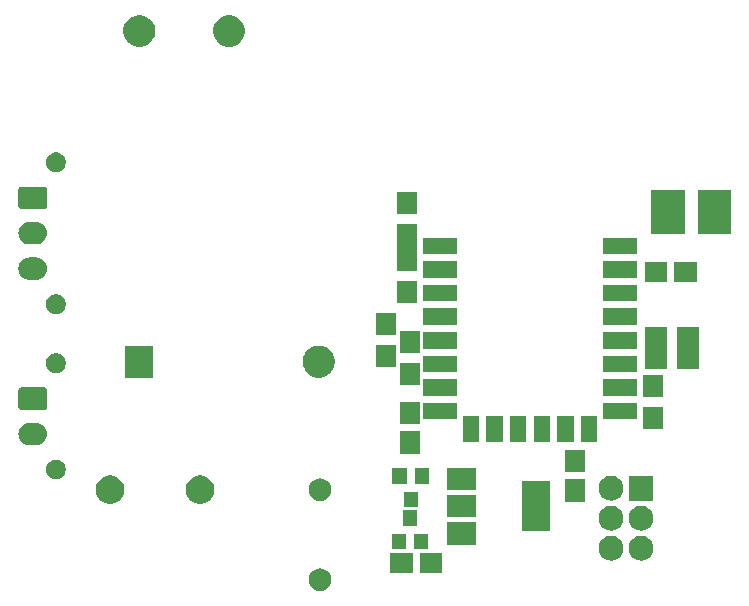
<source format=gbr>
G04 #@! TF.GenerationSoftware,KiCad,Pcbnew,(5.1.6)-1*
G04 #@! TF.CreationDate,2020-08-03T23:37:11+02:00*
G04 #@! TF.ProjectId,loftrelayRound,6c6f6674-7265-46c6-9179-526f756e642e,rev?*
G04 #@! TF.SameCoordinates,Original*
G04 #@! TF.FileFunction,Soldermask,Top*
G04 #@! TF.FilePolarity,Negative*
%FSLAX46Y46*%
G04 Gerber Fmt 4.6, Leading zero omitted, Abs format (unit mm)*
G04 Created by KiCad (PCBNEW (5.1.6)-1) date 2020-08-03 23:37:11*
%MOMM*%
%LPD*%
G01*
G04 APERTURE LIST*
%ADD10C,0.100000*%
G04 APERTURE END LIST*
D10*
G36*
X147507287Y-139393446D02*
G01*
X147600022Y-139411892D01*
X147774731Y-139484259D01*
X147931964Y-139589319D01*
X148065681Y-139723036D01*
X148170741Y-139880269D01*
X148243108Y-140054978D01*
X148280000Y-140240448D01*
X148280000Y-140429552D01*
X148243108Y-140615022D01*
X148170741Y-140789731D01*
X148065681Y-140946964D01*
X147931964Y-141080681D01*
X147774731Y-141185741D01*
X147600022Y-141258108D01*
X147507287Y-141276554D01*
X147414553Y-141295000D01*
X147225447Y-141295000D01*
X147132713Y-141276554D01*
X147039978Y-141258108D01*
X146865269Y-141185741D01*
X146708036Y-141080681D01*
X146574319Y-140946964D01*
X146469259Y-140789731D01*
X146396892Y-140615022D01*
X146360000Y-140429552D01*
X146360000Y-140240448D01*
X146396892Y-140054978D01*
X146469259Y-139880269D01*
X146574319Y-139723036D01*
X146708036Y-139589319D01*
X146865269Y-139484259D01*
X147039978Y-139411892D01*
X147132713Y-139393446D01*
X147225447Y-139375000D01*
X147414553Y-139375000D01*
X147507287Y-139393446D01*
G37*
G36*
X157668000Y-139763000D02*
G01*
X155768000Y-139763000D01*
X155768000Y-138113000D01*
X157668000Y-138113000D01*
X157668000Y-139763000D01*
G37*
G36*
X155168000Y-139763000D02*
G01*
X153268000Y-139763000D01*
X153268000Y-138113000D01*
X155168000Y-138113000D01*
X155168000Y-139763000D01*
G37*
G36*
X172086687Y-136623027D02*
G01*
X172264274Y-136658350D01*
X172455362Y-136737502D01*
X172627336Y-136852411D01*
X172773589Y-136998664D01*
X172888498Y-137170638D01*
X172967650Y-137361726D01*
X173002973Y-137539313D01*
X173008000Y-137564583D01*
X173008000Y-137771417D01*
X173002973Y-137796687D01*
X172967650Y-137974274D01*
X172888498Y-138165362D01*
X172773589Y-138337336D01*
X172627336Y-138483589D01*
X172455362Y-138598498D01*
X172264274Y-138677650D01*
X172086687Y-138712973D01*
X172061417Y-138718000D01*
X171854583Y-138718000D01*
X171829313Y-138712973D01*
X171651726Y-138677650D01*
X171460638Y-138598498D01*
X171288664Y-138483589D01*
X171142411Y-138337336D01*
X171027502Y-138165362D01*
X170948350Y-137974274D01*
X170913027Y-137796687D01*
X170908000Y-137771417D01*
X170908000Y-137564583D01*
X170913027Y-137539313D01*
X170948350Y-137361726D01*
X171027502Y-137170638D01*
X171142411Y-136998664D01*
X171288664Y-136852411D01*
X171460638Y-136737502D01*
X171651726Y-136658350D01*
X171829313Y-136623027D01*
X171854583Y-136618000D01*
X172061417Y-136618000D01*
X172086687Y-136623027D01*
G37*
G36*
X174626687Y-136623027D02*
G01*
X174804274Y-136658350D01*
X174995362Y-136737502D01*
X175167336Y-136852411D01*
X175313589Y-136998664D01*
X175428498Y-137170638D01*
X175507650Y-137361726D01*
X175542973Y-137539313D01*
X175548000Y-137564583D01*
X175548000Y-137771417D01*
X175542973Y-137796687D01*
X175507650Y-137974274D01*
X175428498Y-138165362D01*
X175313589Y-138337336D01*
X175167336Y-138483589D01*
X174995362Y-138598498D01*
X174804274Y-138677650D01*
X174626687Y-138712973D01*
X174601417Y-138718000D01*
X174394583Y-138718000D01*
X174369313Y-138712973D01*
X174191726Y-138677650D01*
X174000638Y-138598498D01*
X173828664Y-138483589D01*
X173682411Y-138337336D01*
X173567502Y-138165362D01*
X173488350Y-137974274D01*
X173453027Y-137796687D01*
X173448000Y-137771417D01*
X173448000Y-137564583D01*
X173453027Y-137539313D01*
X173488350Y-137361726D01*
X173567502Y-137170638D01*
X173682411Y-136998664D01*
X173828664Y-136852411D01*
X174000638Y-136737502D01*
X174191726Y-136658350D01*
X174369313Y-136623027D01*
X174394583Y-136618000D01*
X174601417Y-136618000D01*
X174626687Y-136623027D01*
G37*
G36*
X154590000Y-137778000D02*
G01*
X153390000Y-137778000D01*
X153390000Y-136478000D01*
X154590000Y-136478000D01*
X154590000Y-137778000D01*
G37*
G36*
X156490000Y-137778000D02*
G01*
X155290000Y-137778000D01*
X155290000Y-136478000D01*
X156490000Y-136478000D01*
X156490000Y-137778000D01*
G37*
G36*
X160508000Y-137362000D02*
G01*
X158108000Y-137362000D01*
X158108000Y-135462000D01*
X160508000Y-135462000D01*
X160508000Y-137362000D01*
G37*
G36*
X166808000Y-136212000D02*
G01*
X164408000Y-136212000D01*
X164408000Y-132012000D01*
X166808000Y-132012000D01*
X166808000Y-136212000D01*
G37*
G36*
X172086687Y-134083027D02*
G01*
X172264274Y-134118350D01*
X172455362Y-134197502D01*
X172627336Y-134312411D01*
X172773589Y-134458664D01*
X172888498Y-134630638D01*
X172967650Y-134821726D01*
X173008000Y-135024584D01*
X173008000Y-135231416D01*
X172967650Y-135434274D01*
X172888498Y-135625362D01*
X172773589Y-135797336D01*
X172627336Y-135943589D01*
X172455362Y-136058498D01*
X172264274Y-136137650D01*
X172086687Y-136172973D01*
X172061417Y-136178000D01*
X171854583Y-136178000D01*
X171829313Y-136172973D01*
X171651726Y-136137650D01*
X171460638Y-136058498D01*
X171288664Y-135943589D01*
X171142411Y-135797336D01*
X171027502Y-135625362D01*
X170948350Y-135434274D01*
X170908000Y-135231416D01*
X170908000Y-135024584D01*
X170948350Y-134821726D01*
X171027502Y-134630638D01*
X171142411Y-134458664D01*
X171288664Y-134312411D01*
X171460638Y-134197502D01*
X171651726Y-134118350D01*
X171829313Y-134083027D01*
X171854583Y-134078000D01*
X172061417Y-134078000D01*
X172086687Y-134083027D01*
G37*
G36*
X174626687Y-134083027D02*
G01*
X174804274Y-134118350D01*
X174995362Y-134197502D01*
X175167336Y-134312411D01*
X175313589Y-134458664D01*
X175428498Y-134630638D01*
X175507650Y-134821726D01*
X175548000Y-135024584D01*
X175548000Y-135231416D01*
X175507650Y-135434274D01*
X175428498Y-135625362D01*
X175313589Y-135797336D01*
X175167336Y-135943589D01*
X174995362Y-136058498D01*
X174804274Y-136137650D01*
X174626687Y-136172973D01*
X174601417Y-136178000D01*
X174394583Y-136178000D01*
X174369313Y-136172973D01*
X174191726Y-136137650D01*
X174000638Y-136058498D01*
X173828664Y-135943589D01*
X173682411Y-135797336D01*
X173567502Y-135625362D01*
X173488350Y-135434274D01*
X173448000Y-135231416D01*
X173448000Y-135024584D01*
X173488350Y-134821726D01*
X173567502Y-134630638D01*
X173682411Y-134458664D01*
X173828664Y-134312411D01*
X174000638Y-134197502D01*
X174191726Y-134118350D01*
X174369313Y-134083027D01*
X174394583Y-134078000D01*
X174601417Y-134078000D01*
X174626687Y-134083027D01*
G37*
G36*
X155540000Y-135778000D02*
G01*
X154340000Y-135778000D01*
X154340000Y-134478000D01*
X155540000Y-134478000D01*
X155540000Y-135778000D01*
G37*
G36*
X160508000Y-135062000D02*
G01*
X158108000Y-135062000D01*
X158108000Y-133162000D01*
X160508000Y-133162000D01*
X160508000Y-135062000D01*
G37*
G36*
X155606000Y-134222000D02*
G01*
X154406000Y-134222000D01*
X154406000Y-132922000D01*
X155606000Y-132922000D01*
X155606000Y-134222000D01*
G37*
G36*
X137510026Y-131561115D02*
G01*
X137721202Y-131648587D01*
X137728413Y-131651574D01*
X137860704Y-131739968D01*
X137924955Y-131782899D01*
X138092101Y-131950045D01*
X138223427Y-132146589D01*
X138313885Y-132364974D01*
X138360000Y-132596809D01*
X138360000Y-132833191D01*
X138313885Y-133065026D01*
X138223427Y-133283411D01*
X138223426Y-133283413D01*
X138092101Y-133479955D01*
X137924955Y-133647101D01*
X137728413Y-133778426D01*
X137728412Y-133778427D01*
X137728411Y-133778427D01*
X137510026Y-133868885D01*
X137278191Y-133915000D01*
X137041809Y-133915000D01*
X136809974Y-133868885D01*
X136591589Y-133778427D01*
X136591588Y-133778427D01*
X136591587Y-133778426D01*
X136395045Y-133647101D01*
X136227899Y-133479955D01*
X136096574Y-133283413D01*
X136096573Y-133283411D01*
X136006115Y-133065026D01*
X135960000Y-132833191D01*
X135960000Y-132596809D01*
X136006115Y-132364974D01*
X136096573Y-132146589D01*
X136227899Y-131950045D01*
X136395045Y-131782899D01*
X136459296Y-131739968D01*
X136591587Y-131651574D01*
X136598798Y-131648587D01*
X136809974Y-131561115D01*
X137041809Y-131515000D01*
X137278191Y-131515000D01*
X137510026Y-131561115D01*
G37*
G36*
X129890026Y-131561115D02*
G01*
X130101202Y-131648587D01*
X130108413Y-131651574D01*
X130240704Y-131739968D01*
X130304955Y-131782899D01*
X130472101Y-131950045D01*
X130603427Y-132146589D01*
X130693885Y-132364974D01*
X130740000Y-132596809D01*
X130740000Y-132833191D01*
X130693885Y-133065026D01*
X130603427Y-133283411D01*
X130603426Y-133283413D01*
X130472101Y-133479955D01*
X130304955Y-133647101D01*
X130108413Y-133778426D01*
X130108412Y-133778427D01*
X130108411Y-133778427D01*
X129890026Y-133868885D01*
X129658191Y-133915000D01*
X129421809Y-133915000D01*
X129189974Y-133868885D01*
X128971589Y-133778427D01*
X128971588Y-133778427D01*
X128971587Y-133778426D01*
X128775045Y-133647101D01*
X128607899Y-133479955D01*
X128476574Y-133283413D01*
X128476573Y-133283411D01*
X128386115Y-133065026D01*
X128340000Y-132833191D01*
X128340000Y-132596809D01*
X128386115Y-132364974D01*
X128476573Y-132146589D01*
X128607899Y-131950045D01*
X128775045Y-131782899D01*
X128839296Y-131739968D01*
X128971587Y-131651574D01*
X128978798Y-131648587D01*
X129189974Y-131561115D01*
X129421809Y-131515000D01*
X129658191Y-131515000D01*
X129890026Y-131561115D01*
G37*
G36*
X169735000Y-133752000D02*
G01*
X168085000Y-133752000D01*
X168085000Y-131852000D01*
X169735000Y-131852000D01*
X169735000Y-133752000D01*
G37*
G36*
X147502084Y-131772411D02*
G01*
X147600022Y-131791892D01*
X147774731Y-131864259D01*
X147931964Y-131969319D01*
X148065681Y-132103036D01*
X148170741Y-132260269D01*
X148243108Y-132434978D01*
X148280000Y-132620448D01*
X148280000Y-132809552D01*
X148243108Y-132995022D01*
X148170741Y-133169731D01*
X148065681Y-133326964D01*
X147931964Y-133460681D01*
X147774731Y-133565741D01*
X147600022Y-133638108D01*
X147507287Y-133656554D01*
X147414553Y-133675000D01*
X147225447Y-133675000D01*
X147132713Y-133656554D01*
X147039978Y-133638108D01*
X146865269Y-133565741D01*
X146708036Y-133460681D01*
X146574319Y-133326964D01*
X146469259Y-133169731D01*
X146396892Y-132995022D01*
X146360000Y-132809552D01*
X146360000Y-132620448D01*
X146396892Y-132434978D01*
X146469259Y-132260269D01*
X146574319Y-132103036D01*
X146708036Y-131969319D01*
X146865269Y-131864259D01*
X147039978Y-131791892D01*
X147137916Y-131772411D01*
X147225447Y-131755000D01*
X147414553Y-131755000D01*
X147502084Y-131772411D01*
G37*
G36*
X175548000Y-133638000D02*
G01*
X173448000Y-133638000D01*
X173448000Y-131538000D01*
X175548000Y-131538000D01*
X175548000Y-133638000D01*
G37*
G36*
X172086687Y-131543027D02*
G01*
X172264274Y-131578350D01*
X172455362Y-131657502D01*
X172627336Y-131772411D01*
X172773589Y-131918664D01*
X172888498Y-132090638D01*
X172967650Y-132281726D01*
X173008000Y-132484584D01*
X173008000Y-132691416D01*
X172967650Y-132894274D01*
X172888498Y-133085362D01*
X172773589Y-133257336D01*
X172627336Y-133403589D01*
X172455362Y-133518498D01*
X172264274Y-133597650D01*
X172086687Y-133632973D01*
X172061417Y-133638000D01*
X171854583Y-133638000D01*
X171829313Y-133632973D01*
X171651726Y-133597650D01*
X171460638Y-133518498D01*
X171288664Y-133403589D01*
X171142411Y-133257336D01*
X171027502Y-133085362D01*
X170948350Y-132894274D01*
X170908000Y-132691416D01*
X170908000Y-132484584D01*
X170948350Y-132281726D01*
X171027502Y-132090638D01*
X171142411Y-131918664D01*
X171288664Y-131772411D01*
X171460638Y-131657502D01*
X171651726Y-131578350D01*
X171829313Y-131543027D01*
X171854583Y-131538000D01*
X172061417Y-131538000D01*
X172086687Y-131543027D01*
G37*
G36*
X160508000Y-132762000D02*
G01*
X158108000Y-132762000D01*
X158108000Y-130862000D01*
X160508000Y-130862000D01*
X160508000Y-132762000D01*
G37*
G36*
X154656000Y-132222000D02*
G01*
X153456000Y-132222000D01*
X153456000Y-130922000D01*
X154656000Y-130922000D01*
X154656000Y-132222000D01*
G37*
G36*
X156556000Y-132222000D02*
G01*
X155356000Y-132222000D01*
X155356000Y-130922000D01*
X156556000Y-130922000D01*
X156556000Y-132222000D01*
G37*
G36*
X125203559Y-130197088D02*
G01*
X125355519Y-130260032D01*
X125355521Y-130260033D01*
X125492281Y-130351413D01*
X125608587Y-130467719D01*
X125699968Y-130604481D01*
X125762912Y-130756441D01*
X125795000Y-130917758D01*
X125795000Y-131082242D01*
X125762912Y-131243559D01*
X125699968Y-131395519D01*
X125699967Y-131395521D01*
X125608587Y-131532281D01*
X125492281Y-131648587D01*
X125355521Y-131739967D01*
X125355520Y-131739968D01*
X125355519Y-131739968D01*
X125203559Y-131802912D01*
X125042242Y-131835000D01*
X124877758Y-131835000D01*
X124716441Y-131802912D01*
X124564481Y-131739968D01*
X124564480Y-131739968D01*
X124564479Y-131739967D01*
X124427719Y-131648587D01*
X124311413Y-131532281D01*
X124220033Y-131395521D01*
X124220032Y-131395519D01*
X124157088Y-131243559D01*
X124125000Y-131082242D01*
X124125000Y-130917758D01*
X124157088Y-130756441D01*
X124220032Y-130604481D01*
X124311413Y-130467719D01*
X124427719Y-130351413D01*
X124564479Y-130260033D01*
X124564481Y-130260032D01*
X124716441Y-130197088D01*
X124877758Y-130165000D01*
X125042242Y-130165000D01*
X125203559Y-130197088D01*
G37*
G36*
X169735000Y-131252000D02*
G01*
X168085000Y-131252000D01*
X168085000Y-129352000D01*
X169735000Y-129352000D01*
X169735000Y-131252000D01*
G37*
G36*
X155765000Y-129688000D02*
G01*
X154115000Y-129688000D01*
X154115000Y-127788000D01*
X155765000Y-127788000D01*
X155765000Y-129688000D01*
G37*
G36*
X123376448Y-127056873D02*
G01*
X123446232Y-127063746D01*
X123535770Y-127090907D01*
X123625309Y-127118068D01*
X123713523Y-127165220D01*
X123790345Y-127206282D01*
X123790347Y-127206283D01*
X123790346Y-127206283D01*
X123935002Y-127324998D01*
X124053717Y-127469654D01*
X124141932Y-127634691D01*
X124196254Y-127813769D01*
X124214596Y-128000000D01*
X124196254Y-128186231D01*
X124141932Y-128365309D01*
X124053717Y-128530346D01*
X123935002Y-128675002D01*
X123803315Y-128783073D01*
X123790345Y-128793718D01*
X123713523Y-128834780D01*
X123625309Y-128881932D01*
X123535770Y-128909093D01*
X123446232Y-128936254D01*
X123376448Y-128943127D01*
X123306666Y-128950000D01*
X122693334Y-128950000D01*
X122623552Y-128943127D01*
X122553768Y-128936254D01*
X122464230Y-128909093D01*
X122374691Y-128881932D01*
X122286477Y-128834780D01*
X122209655Y-128793718D01*
X122196685Y-128783073D01*
X122064998Y-128675002D01*
X121946283Y-128530346D01*
X121858068Y-128365309D01*
X121803746Y-128186231D01*
X121785404Y-128000000D01*
X121803746Y-127813769D01*
X121858068Y-127634691D01*
X121946283Y-127469654D01*
X122064998Y-127324998D01*
X122209654Y-127206283D01*
X122209653Y-127206283D01*
X122209655Y-127206282D01*
X122286477Y-127165220D01*
X122374691Y-127118068D01*
X122464230Y-127090907D01*
X122553768Y-127063746D01*
X122623552Y-127056873D01*
X122693334Y-127050000D01*
X123306666Y-127050000D01*
X123376448Y-127056873D01*
G37*
G36*
X164800000Y-128670000D02*
G01*
X163400000Y-128670000D01*
X163400000Y-126470000D01*
X164800000Y-126470000D01*
X164800000Y-128670000D01*
G37*
G36*
X160800000Y-128670000D02*
G01*
X159400000Y-128670000D01*
X159400000Y-126470000D01*
X160800000Y-126470000D01*
X160800000Y-128670000D01*
G37*
G36*
X162800000Y-128670000D02*
G01*
X161400000Y-128670000D01*
X161400000Y-126470000D01*
X162800000Y-126470000D01*
X162800000Y-128670000D01*
G37*
G36*
X168800000Y-128670000D02*
G01*
X167400000Y-128670000D01*
X167400000Y-126470000D01*
X168800000Y-126470000D01*
X168800000Y-128670000D01*
G37*
G36*
X166800000Y-128670000D02*
G01*
X165400000Y-128670000D01*
X165400000Y-126470000D01*
X166800000Y-126470000D01*
X166800000Y-128670000D01*
G37*
G36*
X170800000Y-128670000D02*
G01*
X169400000Y-128670000D01*
X169400000Y-126470000D01*
X170800000Y-126470000D01*
X170800000Y-128670000D01*
G37*
G36*
X176364000Y-127602000D02*
G01*
X174664000Y-127602000D01*
X174664000Y-125702000D01*
X176364000Y-125702000D01*
X176364000Y-127602000D01*
G37*
G36*
X155765000Y-127188000D02*
G01*
X154115000Y-127188000D01*
X154115000Y-125288000D01*
X155765000Y-125288000D01*
X155765000Y-127188000D01*
G37*
G36*
X158950000Y-126770000D02*
G01*
X156050000Y-126770000D01*
X156050000Y-125370000D01*
X158950000Y-125370000D01*
X158950000Y-126770000D01*
G37*
G36*
X174150000Y-126770000D02*
G01*
X171250000Y-126770000D01*
X171250000Y-125370000D01*
X174150000Y-125370000D01*
X174150000Y-126770000D01*
G37*
G36*
X124022067Y-124055076D02*
G01*
X124065728Y-124068320D01*
X124105964Y-124089827D01*
X124141231Y-124118769D01*
X124170173Y-124154036D01*
X124191680Y-124194272D01*
X124204924Y-124237933D01*
X124210000Y-124289474D01*
X124210000Y-125710526D01*
X124204924Y-125762067D01*
X124191680Y-125805728D01*
X124170173Y-125845964D01*
X124141231Y-125881231D01*
X124105964Y-125910173D01*
X124065728Y-125931680D01*
X124022067Y-125944924D01*
X123970526Y-125950000D01*
X122029474Y-125950000D01*
X121977933Y-125944924D01*
X121934272Y-125931680D01*
X121894036Y-125910173D01*
X121858769Y-125881231D01*
X121829827Y-125845964D01*
X121808320Y-125805728D01*
X121795076Y-125762067D01*
X121790000Y-125710526D01*
X121790000Y-124289474D01*
X121795076Y-124237933D01*
X121808320Y-124194272D01*
X121829827Y-124154036D01*
X121858769Y-124118769D01*
X121894036Y-124089827D01*
X121934272Y-124068320D01*
X121977933Y-124055076D01*
X122029474Y-124050000D01*
X123970526Y-124050000D01*
X124022067Y-124055076D01*
G37*
G36*
X176364000Y-124902000D02*
G01*
X174664000Y-124902000D01*
X174664000Y-123002000D01*
X176364000Y-123002000D01*
X176364000Y-124902000D01*
G37*
G36*
X158950000Y-124770000D02*
G01*
X156050000Y-124770000D01*
X156050000Y-123370000D01*
X158950000Y-123370000D01*
X158950000Y-124770000D01*
G37*
G36*
X174150000Y-124770000D02*
G01*
X171250000Y-124770000D01*
X171250000Y-123370000D01*
X174150000Y-123370000D01*
X174150000Y-124770000D01*
G37*
G36*
X155790000Y-123886000D02*
G01*
X154090000Y-123886000D01*
X154090000Y-121986000D01*
X155790000Y-121986000D01*
X155790000Y-123886000D01*
G37*
G36*
X133210001Y-123224999D02*
G01*
X130810001Y-123224999D01*
X130810001Y-120524999D01*
X133210001Y-120524999D01*
X133210001Y-123224999D01*
G37*
G36*
X147603780Y-120576878D02*
G01*
X147849464Y-120678644D01*
X147849466Y-120678645D01*
X147960770Y-120753016D01*
X148070575Y-120826385D01*
X148258615Y-121014425D01*
X148406356Y-121235536D01*
X148508122Y-121481220D01*
X148560001Y-121742034D01*
X148560001Y-122007964D01*
X148508122Y-122268778D01*
X148469508Y-122362000D01*
X148406355Y-122514464D01*
X148258614Y-122735574D01*
X148070576Y-122923612D01*
X147849466Y-123071353D01*
X147849465Y-123071354D01*
X147849464Y-123071354D01*
X147603780Y-123173120D01*
X147342966Y-123224999D01*
X147077036Y-123224999D01*
X146816222Y-123173120D01*
X146570538Y-123071354D01*
X146570537Y-123071354D01*
X146570536Y-123071353D01*
X146349426Y-122923612D01*
X146161388Y-122735574D01*
X146013647Y-122514464D01*
X145950494Y-122362000D01*
X145911880Y-122268778D01*
X145860001Y-122007964D01*
X145860001Y-121742034D01*
X145911880Y-121481220D01*
X146013646Y-121235536D01*
X146161387Y-121014425D01*
X146349427Y-120826385D01*
X146459232Y-120753016D01*
X146570536Y-120678645D01*
X146570538Y-120678644D01*
X146816222Y-120576878D01*
X147077036Y-120524999D01*
X147342966Y-120524999D01*
X147603780Y-120576878D01*
G37*
G36*
X125203559Y-121197088D02*
G01*
X125355519Y-121260032D01*
X125355521Y-121260033D01*
X125492281Y-121351413D01*
X125608587Y-121467719D01*
X125699968Y-121604481D01*
X125762912Y-121756441D01*
X125795000Y-121917758D01*
X125795000Y-122082242D01*
X125762912Y-122243559D01*
X125713852Y-122362000D01*
X125699967Y-122395521D01*
X125608587Y-122532281D01*
X125492281Y-122648587D01*
X125355521Y-122739967D01*
X125355520Y-122739968D01*
X125355519Y-122739968D01*
X125203559Y-122802912D01*
X125042242Y-122835000D01*
X124877758Y-122835000D01*
X124716441Y-122802912D01*
X124564481Y-122739968D01*
X124564480Y-122739968D01*
X124564479Y-122739967D01*
X124427719Y-122648587D01*
X124311413Y-122532281D01*
X124220033Y-122395521D01*
X124206148Y-122362000D01*
X124157088Y-122243559D01*
X124125000Y-122082242D01*
X124125000Y-121917758D01*
X124157088Y-121756441D01*
X124220032Y-121604481D01*
X124311413Y-121467719D01*
X124427719Y-121351413D01*
X124564479Y-121260033D01*
X124564481Y-121260032D01*
X124716441Y-121197088D01*
X124877758Y-121165000D01*
X125042242Y-121165000D01*
X125203559Y-121197088D01*
G37*
G36*
X174150000Y-122770000D02*
G01*
X171250000Y-122770000D01*
X171250000Y-121370000D01*
X174150000Y-121370000D01*
X174150000Y-122770000D01*
G37*
G36*
X158950000Y-122770000D02*
G01*
X156050000Y-122770000D01*
X156050000Y-121370000D01*
X158950000Y-121370000D01*
X158950000Y-122770000D01*
G37*
G36*
X176718000Y-122516000D02*
G01*
X174818000Y-122516000D01*
X174818000Y-118950000D01*
X176718000Y-118950000D01*
X176718000Y-122516000D01*
G37*
G36*
X179418000Y-122516000D02*
G01*
X177518000Y-122516000D01*
X177518000Y-118950000D01*
X179418000Y-118950000D01*
X179418000Y-122516000D01*
G37*
G36*
X153758000Y-122362000D02*
G01*
X152058000Y-122362000D01*
X152058000Y-120462000D01*
X153758000Y-120462000D01*
X153758000Y-122362000D01*
G37*
G36*
X155790000Y-121186000D02*
G01*
X154090000Y-121186000D01*
X154090000Y-119286000D01*
X155790000Y-119286000D01*
X155790000Y-121186000D01*
G37*
G36*
X174150000Y-120770000D02*
G01*
X171250000Y-120770000D01*
X171250000Y-119370000D01*
X174150000Y-119370000D01*
X174150000Y-120770000D01*
G37*
G36*
X158950000Y-120770000D02*
G01*
X156050000Y-120770000D01*
X156050000Y-119370000D01*
X158950000Y-119370000D01*
X158950000Y-120770000D01*
G37*
G36*
X153758000Y-119662000D02*
G01*
X152058000Y-119662000D01*
X152058000Y-117762000D01*
X153758000Y-117762000D01*
X153758000Y-119662000D01*
G37*
G36*
X158950000Y-118770000D02*
G01*
X156050000Y-118770000D01*
X156050000Y-117370000D01*
X158950000Y-117370000D01*
X158950000Y-118770000D01*
G37*
G36*
X174150000Y-118770000D02*
G01*
X171250000Y-118770000D01*
X171250000Y-117370000D01*
X174150000Y-117370000D01*
X174150000Y-118770000D01*
G37*
G36*
X125203559Y-116197088D02*
G01*
X125355519Y-116260032D01*
X125355521Y-116260033D01*
X125492281Y-116351413D01*
X125608587Y-116467719D01*
X125699968Y-116604481D01*
X125762912Y-116756441D01*
X125795000Y-116917758D01*
X125795000Y-117082242D01*
X125762912Y-117243559D01*
X125710538Y-117370000D01*
X125699967Y-117395521D01*
X125608587Y-117532281D01*
X125492281Y-117648587D01*
X125355521Y-117739967D01*
X125355520Y-117739968D01*
X125355519Y-117739968D01*
X125203559Y-117802912D01*
X125042242Y-117835000D01*
X124877758Y-117835000D01*
X124716441Y-117802912D01*
X124564481Y-117739968D01*
X124564480Y-117739968D01*
X124564479Y-117739967D01*
X124427719Y-117648587D01*
X124311413Y-117532281D01*
X124220033Y-117395521D01*
X124209462Y-117370000D01*
X124157088Y-117243559D01*
X124125000Y-117082242D01*
X124125000Y-116917758D01*
X124157088Y-116756441D01*
X124220032Y-116604481D01*
X124311413Y-116467719D01*
X124427719Y-116351413D01*
X124564479Y-116260033D01*
X124564481Y-116260032D01*
X124716441Y-116197088D01*
X124877758Y-116165000D01*
X125042242Y-116165000D01*
X125203559Y-116197088D01*
G37*
G36*
X155536000Y-116934000D02*
G01*
X153836000Y-116934000D01*
X153836000Y-115034000D01*
X155536000Y-115034000D01*
X155536000Y-116934000D01*
G37*
G36*
X158950000Y-116770000D02*
G01*
X156050000Y-116770000D01*
X156050000Y-115370000D01*
X158950000Y-115370000D01*
X158950000Y-116770000D01*
G37*
G36*
X174150000Y-116770000D02*
G01*
X171250000Y-116770000D01*
X171250000Y-115370000D01*
X174150000Y-115370000D01*
X174150000Y-116770000D01*
G37*
G36*
X176718000Y-115125000D02*
G01*
X174818000Y-115125000D01*
X174818000Y-113475000D01*
X176718000Y-113475000D01*
X176718000Y-115125000D01*
G37*
G36*
X179218000Y-115125000D02*
G01*
X177318000Y-115125000D01*
X177318000Y-113475000D01*
X179218000Y-113475000D01*
X179218000Y-115125000D01*
G37*
G36*
X123446232Y-113063746D02*
G01*
X123535770Y-113090907D01*
X123625309Y-113118068D01*
X123713523Y-113165220D01*
X123790345Y-113206282D01*
X123790347Y-113206283D01*
X123790346Y-113206283D01*
X123935002Y-113324998D01*
X124053717Y-113469654D01*
X124141932Y-113634691D01*
X124196254Y-113813769D01*
X124214596Y-114000000D01*
X124196254Y-114186231D01*
X124141932Y-114365309D01*
X124053717Y-114530346D01*
X123935002Y-114675002D01*
X123803315Y-114783073D01*
X123790345Y-114793718D01*
X123713523Y-114834780D01*
X123625309Y-114881932D01*
X123535770Y-114909093D01*
X123446232Y-114936254D01*
X123376448Y-114943127D01*
X123306666Y-114950000D01*
X122693334Y-114950000D01*
X122623552Y-114943127D01*
X122553768Y-114936254D01*
X122464230Y-114909093D01*
X122374691Y-114881932D01*
X122286477Y-114834780D01*
X122209655Y-114793718D01*
X122196685Y-114783073D01*
X122064998Y-114675002D01*
X121946283Y-114530346D01*
X121858068Y-114365309D01*
X121803746Y-114186231D01*
X121785404Y-114000000D01*
X121803746Y-113813769D01*
X121858068Y-113634691D01*
X121946283Y-113469654D01*
X122064998Y-113324998D01*
X122209654Y-113206283D01*
X122209653Y-113206283D01*
X122209655Y-113206282D01*
X122286477Y-113165220D01*
X122374691Y-113118068D01*
X122464230Y-113090907D01*
X122553768Y-113063746D01*
X122693334Y-113050000D01*
X123306666Y-113050000D01*
X123446232Y-113063746D01*
G37*
G36*
X174150000Y-114770000D02*
G01*
X171250000Y-114770000D01*
X171250000Y-113370000D01*
X174150000Y-113370000D01*
X174150000Y-114770000D01*
G37*
G36*
X158950000Y-114770000D02*
G01*
X156050000Y-114770000D01*
X156050000Y-113370000D01*
X158950000Y-113370000D01*
X158950000Y-114770000D01*
G37*
G36*
X155536000Y-114234000D02*
G01*
X153836000Y-114234000D01*
X153836000Y-110208000D01*
X155536000Y-110208000D01*
X155536000Y-114234000D01*
G37*
G36*
X158950000Y-112770000D02*
G01*
X156050000Y-112770000D01*
X156050000Y-111370000D01*
X158950000Y-111370000D01*
X158950000Y-112770000D01*
G37*
G36*
X174150000Y-112770000D02*
G01*
X171250000Y-112770000D01*
X171250000Y-111370000D01*
X174150000Y-111370000D01*
X174150000Y-112770000D01*
G37*
G36*
X123446232Y-110063746D02*
G01*
X123535770Y-110090907D01*
X123625309Y-110118068D01*
X123713523Y-110165220D01*
X123790345Y-110206282D01*
X123790347Y-110206283D01*
X123790346Y-110206283D01*
X123935002Y-110324998D01*
X124053717Y-110469654D01*
X124141932Y-110634691D01*
X124196254Y-110813769D01*
X124214596Y-111000000D01*
X124196254Y-111186231D01*
X124141932Y-111365309D01*
X124053717Y-111530346D01*
X123935002Y-111675002D01*
X123803315Y-111783073D01*
X123790345Y-111793718D01*
X123713523Y-111834780D01*
X123625309Y-111881932D01*
X123535770Y-111909093D01*
X123446232Y-111936254D01*
X123376448Y-111943127D01*
X123306666Y-111950000D01*
X122693334Y-111950000D01*
X122623552Y-111943127D01*
X122553768Y-111936254D01*
X122464230Y-111909093D01*
X122374691Y-111881932D01*
X122286477Y-111834780D01*
X122209655Y-111793718D01*
X122196685Y-111783073D01*
X122064998Y-111675002D01*
X121946283Y-111530346D01*
X121858068Y-111365309D01*
X121803746Y-111186231D01*
X121785404Y-111000000D01*
X121803746Y-110813769D01*
X121858068Y-110634691D01*
X121946283Y-110469654D01*
X122064998Y-110324998D01*
X122209654Y-110206283D01*
X122209653Y-110206283D01*
X122209655Y-110206282D01*
X122286477Y-110165220D01*
X122374691Y-110118068D01*
X122464230Y-110090907D01*
X122553768Y-110063746D01*
X122693334Y-110050000D01*
X123306666Y-110050000D01*
X123446232Y-110063746D01*
G37*
G36*
X178184000Y-111060000D02*
G01*
X175384000Y-111060000D01*
X175384000Y-107380000D01*
X178184000Y-107380000D01*
X178184000Y-111060000D01*
G37*
G36*
X182084000Y-111060000D02*
G01*
X179284000Y-111060000D01*
X179284000Y-107380000D01*
X182084000Y-107380000D01*
X182084000Y-111060000D01*
G37*
G36*
X155536000Y-109408000D02*
G01*
X153836000Y-109408000D01*
X153836000Y-107508000D01*
X155536000Y-107508000D01*
X155536000Y-109408000D01*
G37*
G36*
X124022067Y-107055076D02*
G01*
X124065728Y-107068320D01*
X124105964Y-107089827D01*
X124141231Y-107118769D01*
X124170173Y-107154036D01*
X124191680Y-107194272D01*
X124204924Y-107237933D01*
X124210000Y-107289474D01*
X124210000Y-108710526D01*
X124204924Y-108762067D01*
X124191680Y-108805728D01*
X124170173Y-108845964D01*
X124141231Y-108881231D01*
X124105964Y-108910173D01*
X124065728Y-108931680D01*
X124022067Y-108944924D01*
X123970526Y-108950000D01*
X122029474Y-108950000D01*
X121977933Y-108944924D01*
X121934272Y-108931680D01*
X121894036Y-108910173D01*
X121858769Y-108881231D01*
X121829827Y-108845964D01*
X121808320Y-108805728D01*
X121795076Y-108762067D01*
X121790000Y-108710526D01*
X121790000Y-107289474D01*
X121795076Y-107237933D01*
X121808320Y-107194272D01*
X121829827Y-107154036D01*
X121858769Y-107118769D01*
X121894036Y-107089827D01*
X121934272Y-107068320D01*
X121977933Y-107055076D01*
X122029474Y-107050000D01*
X123970526Y-107050000D01*
X124022067Y-107055076D01*
G37*
G36*
X125203559Y-104197088D02*
G01*
X125355519Y-104260032D01*
X125355521Y-104260033D01*
X125492281Y-104351413D01*
X125608587Y-104467719D01*
X125699968Y-104604481D01*
X125762912Y-104756441D01*
X125795000Y-104917758D01*
X125795000Y-105082242D01*
X125762912Y-105243559D01*
X125699968Y-105395519D01*
X125699967Y-105395521D01*
X125608587Y-105532281D01*
X125492281Y-105648587D01*
X125355521Y-105739967D01*
X125355520Y-105739968D01*
X125355519Y-105739968D01*
X125203559Y-105802912D01*
X125042242Y-105835000D01*
X124877758Y-105835000D01*
X124716441Y-105802912D01*
X124564481Y-105739968D01*
X124564480Y-105739968D01*
X124564479Y-105739967D01*
X124427719Y-105648587D01*
X124311413Y-105532281D01*
X124220033Y-105395521D01*
X124220032Y-105395519D01*
X124157088Y-105243559D01*
X124125000Y-105082242D01*
X124125000Y-104917758D01*
X124157088Y-104756441D01*
X124220032Y-104604481D01*
X124311413Y-104467719D01*
X124427719Y-104351413D01*
X124564479Y-104260033D01*
X124564481Y-104260032D01*
X124716441Y-104197088D01*
X124877758Y-104165000D01*
X125042242Y-104165000D01*
X125203559Y-104197088D01*
G37*
G36*
X132403780Y-92576878D02*
G01*
X132649464Y-92678644D01*
X132649466Y-92678645D01*
X132760770Y-92753016D01*
X132870575Y-92826385D01*
X133058615Y-93014425D01*
X133206356Y-93235536D01*
X133308122Y-93481220D01*
X133360001Y-93742034D01*
X133360001Y-94007964D01*
X133308122Y-94268778D01*
X133206356Y-94514462D01*
X133206355Y-94514464D01*
X133058614Y-94735574D01*
X132870576Y-94923612D01*
X132649466Y-95071353D01*
X132649465Y-95071354D01*
X132649464Y-95071354D01*
X132403780Y-95173120D01*
X132142966Y-95224999D01*
X131877036Y-95224999D01*
X131616222Y-95173120D01*
X131370538Y-95071354D01*
X131370537Y-95071354D01*
X131370536Y-95071353D01*
X131149426Y-94923612D01*
X130961388Y-94735574D01*
X130813647Y-94514464D01*
X130813646Y-94514462D01*
X130711880Y-94268778D01*
X130660001Y-94007964D01*
X130660001Y-93742034D01*
X130711880Y-93481220D01*
X130813646Y-93235536D01*
X130961387Y-93014425D01*
X131149427Y-92826385D01*
X131259232Y-92753016D01*
X131370536Y-92678645D01*
X131370538Y-92678644D01*
X131616222Y-92576878D01*
X131877036Y-92524999D01*
X132142966Y-92524999D01*
X132403780Y-92576878D01*
G37*
G36*
X140003780Y-92576878D02*
G01*
X140249464Y-92678644D01*
X140249466Y-92678645D01*
X140360770Y-92753016D01*
X140470575Y-92826385D01*
X140658615Y-93014425D01*
X140806356Y-93235536D01*
X140908122Y-93481220D01*
X140960001Y-93742034D01*
X140960001Y-94007964D01*
X140908122Y-94268778D01*
X140806356Y-94514462D01*
X140806355Y-94514464D01*
X140658614Y-94735574D01*
X140470576Y-94923612D01*
X140249466Y-95071353D01*
X140249465Y-95071354D01*
X140249464Y-95071354D01*
X140003780Y-95173120D01*
X139742966Y-95224999D01*
X139477036Y-95224999D01*
X139216222Y-95173120D01*
X138970538Y-95071354D01*
X138970537Y-95071354D01*
X138970536Y-95071353D01*
X138749426Y-94923612D01*
X138561388Y-94735574D01*
X138413647Y-94514464D01*
X138413646Y-94514462D01*
X138311880Y-94268778D01*
X138260001Y-94007964D01*
X138260001Y-93742034D01*
X138311880Y-93481220D01*
X138413646Y-93235536D01*
X138561387Y-93014425D01*
X138749427Y-92826385D01*
X138859232Y-92753016D01*
X138970536Y-92678645D01*
X138970538Y-92678644D01*
X139216222Y-92576878D01*
X139477036Y-92524999D01*
X139742966Y-92524999D01*
X140003780Y-92576878D01*
G37*
M02*

</source>
